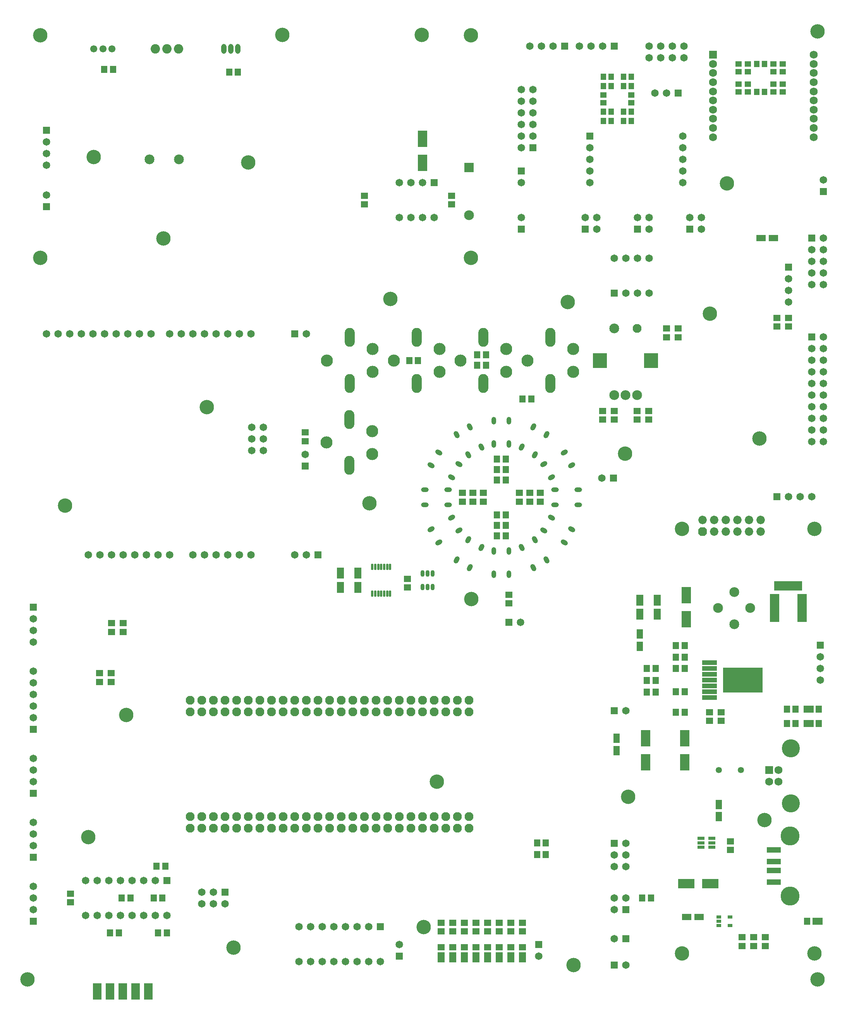
<source format=gts>
%FSLAX25Y25*%
%MOIN*%
G70*
G01*
G75*
G04 Layer_Color=8388736*
%ADD10R,0.05906X0.05118*%
%ADD11R,0.05118X0.07874*%
%ADD12R,0.05118X0.05906*%
%ADD13R,0.07284X0.13780*%
%ADD14R,0.12047X0.03504*%
%ADD15R,0.33622X0.21063*%
%ADD16R,0.05906X0.08661*%
%ADD17R,0.07874X0.05118*%
G04:AMPARAMS|DCode=18|XSize=35.43mil|YSize=59.06mil|CornerRadius=0mil|HoleSize=0mil|Usage=FLASHONLY|Rotation=150.000|XOffset=0mil|YOffset=0mil|HoleType=Round|Shape=Round|*
%AMOVALD18*
21,1,0.02362,0.03543,0.00000,0.00000,240.0*
1,1,0.03543,0.00591,0.01023*
1,1,0.03543,-0.00591,-0.01023*
%
%ADD18OVALD18*%

G04:AMPARAMS|DCode=19|XSize=35.43mil|YSize=59.06mil|CornerRadius=0mil|HoleSize=0mil|Usage=FLASHONLY|Rotation=120.000|XOffset=0mil|YOffset=0mil|HoleType=Round|Shape=Round|*
%AMOVALD19*
21,1,0.02362,0.03543,0.00000,0.00000,210.0*
1,1,0.03543,0.01023,0.00591*
1,1,0.03543,-0.01023,-0.00591*
%
%ADD19OVALD19*%

G04:AMPARAMS|DCode=20|XSize=35.43mil|YSize=59.06mil|CornerRadius=0mil|HoleSize=0mil|Usage=FLASHONLY|Rotation=30.000|XOffset=0mil|YOffset=0mil|HoleType=Round|Shape=Round|*
%AMOVALD20*
21,1,0.02362,0.03543,0.00000,0.00000,120.0*
1,1,0.03543,0.00591,-0.01023*
1,1,0.03543,-0.00591,0.01023*
%
%ADD20OVALD20*%

G04:AMPARAMS|DCode=21|XSize=35.43mil|YSize=59.06mil|CornerRadius=0mil|HoleSize=0mil|Usage=FLASHONLY|Rotation=60.000|XOffset=0mil|YOffset=0mil|HoleType=Round|Shape=Round|*
%AMOVALD21*
21,1,0.02362,0.03543,0.00000,0.00000,150.0*
1,1,0.03543,0.01023,-0.00591*
1,1,0.03543,-0.01023,0.00591*
%
%ADD21OVALD21*%

%ADD22O,0.05906X0.03543*%
%ADD23O,0.03543X0.05906*%
%ADD24R,0.06600X0.13700*%
%ADD25R,0.11811X0.04409*%
%ADD26R,0.08012X0.05906*%
%ADD27R,0.05906X0.08012*%
%ADD28R,0.04331X0.04724*%
%ADD29R,0.04724X0.04331*%
%ADD30R,0.05906X0.02362*%
%ADD31R,0.03347X0.01969*%
%ADD32R,0.13780X0.07284*%
%ADD33O,0.01417X0.04961*%
%ADD34O,0.02756X0.05118*%
%ADD35C,0.01000*%
%ADD36C,0.03543*%
%ADD37C,0.03937*%
%ADD38C,0.03504*%
%ADD39C,0.02756*%
%ADD40C,0.01969*%
%ADD41C,0.01417*%
%ADD42R,0.05906X0.05906*%
%ADD43C,0.05906*%
%ADD44R,0.05906X0.05906*%
%ADD45C,0.05906*%
%ADD46C,0.06693*%
G04:AMPARAMS|DCode=47|XSize=66.93mil|YSize=66.93mil|CornerRadius=0mil|HoleSize=0mil|Usage=FLASHONLY|Rotation=180.000|XOffset=0mil|YOffset=0mil|HoleType=Round|Shape=Octagon|*
%AMOCTAGOND47*
4,1,8,-0.03347,0.01673,-0.03347,-0.01673,-0.01673,-0.03347,0.01673,-0.03347,0.03347,-0.01673,0.03347,0.01673,0.01673,0.03347,-0.01673,0.03347,-0.03347,0.01673,0.0*
%
%ADD47OCTAGOND47*%

%ADD48C,0.07087*%
%ADD49C,0.15748*%
%ADD50C,0.14961*%
%ADD51C,0.06299*%
%ADD52R,0.06299X0.06299*%
%ADD53C,0.07874*%
%ADD54R,0.07874X0.07874*%
%ADD55R,0.05906X0.05906*%
%ADD56R,0.11811X0.12205*%
%ADD57O,0.08000X0.15748*%
%ADD58C,0.09803*%
%ADD59R,0.23622X0.07874*%
%ADD60R,0.07874X0.23622*%
%ADD61C,0.04724*%
%ADD62C,0.05512*%
%ADD63C,0.07480*%
%ADD64O,0.03937X0.07874*%
%ADD65O,0.03937X0.07874*%
%ADD66C,0.11811*%
%ADD67C,0.02362*%
%ADD68C,0.00984*%
%ADD69C,0.00787*%
%ADD70C,0.02362*%
%ADD71C,0.00394*%
%ADD72C,0.00800*%
%ADD73C,0.02000*%
%ADD74C,0.00591*%
%ADD75C,0.00100*%
%ADD76C,0.01181*%
%ADD77C,0.01575*%
%ADD78R,0.11024X0.03150*%
%ADD79R,0.09000X0.09000*%
%ADD80R,0.10669X0.10138*%
%ADD81R,0.06496X0.05709*%
%ADD82R,0.05709X0.08465*%
%ADD83R,0.05709X0.06496*%
%ADD84R,0.07874X0.14370*%
%ADD85R,0.12638X0.04095*%
%ADD86R,0.34213X0.21654*%
%ADD87R,0.06496X0.09252*%
%ADD88R,0.08465X0.05709*%
G04:AMPARAMS|DCode=89|XSize=41.34mil|YSize=64.96mil|CornerRadius=0mil|HoleSize=0mil|Usage=FLASHONLY|Rotation=150.000|XOffset=0mil|YOffset=0mil|HoleType=Round|Shape=Round|*
%AMOVALD89*
21,1,0.02362,0.04134,0.00000,0.00000,240.0*
1,1,0.04134,0.00591,0.01023*
1,1,0.04134,-0.00591,-0.01023*
%
%ADD89OVALD89*%

G04:AMPARAMS|DCode=90|XSize=41.34mil|YSize=64.96mil|CornerRadius=0mil|HoleSize=0mil|Usage=FLASHONLY|Rotation=120.000|XOffset=0mil|YOffset=0mil|HoleType=Round|Shape=Round|*
%AMOVALD90*
21,1,0.02362,0.04134,0.00000,0.00000,210.0*
1,1,0.04134,0.01023,0.00591*
1,1,0.04134,-0.01023,-0.00591*
%
%ADD90OVALD90*%

G04:AMPARAMS|DCode=91|XSize=41.34mil|YSize=64.96mil|CornerRadius=0mil|HoleSize=0mil|Usage=FLASHONLY|Rotation=30.000|XOffset=0mil|YOffset=0mil|HoleType=Round|Shape=Round|*
%AMOVALD91*
21,1,0.02362,0.04134,0.00000,0.00000,120.0*
1,1,0.04134,0.00591,-0.01023*
1,1,0.04134,-0.00591,0.01023*
%
%ADD91OVALD91*%

G04:AMPARAMS|DCode=92|XSize=41.34mil|YSize=64.96mil|CornerRadius=0mil|HoleSize=0mil|Usage=FLASHONLY|Rotation=60.000|XOffset=0mil|YOffset=0mil|HoleType=Round|Shape=Round|*
%AMOVALD92*
21,1,0.02362,0.04134,0.00000,0.00000,150.0*
1,1,0.04134,0.01023,-0.00591*
1,1,0.04134,-0.01023,0.00591*
%
%ADD92OVALD92*%

%ADD93O,0.06496X0.04134*%
%ADD94O,0.04134X0.06496*%
%ADD95R,0.07191X0.14291*%
%ADD96R,0.12402X0.05000*%
%ADD97R,0.08603X0.06496*%
%ADD98R,0.06496X0.08603*%
%ADD99R,0.04921X0.05315*%
%ADD100R,0.05315X0.04921*%
%ADD101R,0.06496X0.02953*%
%ADD102R,0.03937X0.02559*%
%ADD103R,0.14370X0.07874*%
%ADD104O,0.02008X0.05551*%
%ADD105O,0.03347X0.05709*%
%ADD106R,0.06496X0.06496*%
%ADD107C,0.06496*%
%ADD108R,0.06496X0.06496*%
%ADD109C,0.06496*%
%ADD110C,0.07284*%
G04:AMPARAMS|DCode=111|XSize=72.84mil|YSize=72.84mil|CornerRadius=0mil|HoleSize=0mil|Usage=FLASHONLY|Rotation=180.000|XOffset=0mil|YOffset=0mil|HoleType=Round|Shape=Octagon|*
%AMOCTAGOND111*
4,1,8,-0.03642,0.01821,-0.03642,-0.01821,-0.01821,-0.03642,0.01821,-0.03642,0.03642,-0.01821,0.03642,0.01821,0.01821,0.03642,-0.01821,0.03642,-0.03642,0.01821,0.0*
%
%ADD111OCTAGOND111*%

%ADD112C,0.07677*%
%ADD113C,0.16339*%
%ADD114C,0.15551*%
%ADD115C,0.06890*%
%ADD116R,0.06890X0.06890*%
%ADD117C,0.08465*%
%ADD118R,0.08465X0.08465*%
%ADD119R,0.06496X0.06496*%
%ADD120R,0.12402X0.12795*%
%ADD121O,0.08591X0.16339*%
%ADD122C,0.10394*%
%ADD123R,0.24213X0.08465*%
%ADD124R,0.08465X0.24213*%
%ADD125C,0.05315*%
%ADD126C,0.06102*%
%ADD127C,0.08071*%
%ADD128O,0.04528X0.08465*%
%ADD129O,0.04528X0.08465*%
%ADD130C,0.12402*%
%ADD131C,0.02953*%
D81*
X482500Y398740D02*
D03*
Y391260D02*
D03*
X460500Y486240D02*
D03*
Y478760D02*
D03*
X442500Y486240D02*
D03*
Y478760D02*
D03*
X509500D02*
D03*
Y486240D02*
D03*
X424000Y95740D02*
D03*
X434000D02*
D03*
X444000D02*
D03*
X454000D02*
D03*
X464000D02*
D03*
X474000D02*
D03*
X484000D02*
D03*
X494000D02*
D03*
X683000Y96760D02*
D03*
Y104240D02*
D03*
X693000Y96760D02*
D03*
Y104240D02*
D03*
X703000Y96760D02*
D03*
Y104240D02*
D03*
X140500Y374240D02*
D03*
Y366760D02*
D03*
X150500Y374240D02*
D03*
Y366760D02*
D03*
X723000Y629260D02*
D03*
Y636740D02*
D03*
X424000Y116740D02*
D03*
Y109260D02*
D03*
X434000Y116740D02*
D03*
Y109260D02*
D03*
X444000Y116740D02*
D03*
Y109260D02*
D03*
X454000Y116740D02*
D03*
Y109260D02*
D03*
X464000Y116740D02*
D03*
Y109260D02*
D03*
X474000Y116740D02*
D03*
Y109260D02*
D03*
X484000Y116740D02*
D03*
Y109260D02*
D03*
X494000Y116740D02*
D03*
Y109260D02*
D03*
X713000Y629260D02*
D03*
Y636740D02*
D03*
X602700Y556800D02*
D03*
Y549320D02*
D03*
X563000Y556740D02*
D03*
Y549260D02*
D03*
X628000Y627600D02*
D03*
Y620120D02*
D03*
X655000Y290260D02*
D03*
Y297740D02*
D03*
X307000Y530760D02*
D03*
Y538240D02*
D03*
X665000Y290260D02*
D03*
Y297740D02*
D03*
X105268Y141740D02*
D03*
Y134260D02*
D03*
X592700Y556800D02*
D03*
Y549320D02*
D03*
X573000Y556740D02*
D03*
Y549260D02*
D03*
X618000Y627600D02*
D03*
Y620120D02*
D03*
X358000Y734260D02*
D03*
Y741740D02*
D03*
X433000D02*
D03*
Y734260D02*
D03*
X673000Y179260D02*
D03*
Y186740D02*
D03*
X395000Y412500D02*
D03*
Y405020D02*
D03*
X451500Y486240D02*
D03*
Y478760D02*
D03*
X500500D02*
D03*
Y486240D02*
D03*
X491500Y478760D02*
D03*
Y486240D02*
D03*
X140000Y323760D02*
D03*
Y331240D02*
D03*
X130000Y323760D02*
D03*
Y331240D02*
D03*
D82*
X595000Y354500D02*
D03*
Y365000D02*
D03*
X663102Y208000D02*
D03*
Y218500D02*
D03*
X575000Y264835D02*
D03*
Y275335D02*
D03*
D83*
X601260Y335500D02*
D03*
X608740D02*
D03*
X608740Y315000D02*
D03*
X601260D02*
D03*
X601260Y325000D02*
D03*
X608740D02*
D03*
X633740Y297740D02*
D03*
X626260D02*
D03*
X633740Y315500D02*
D03*
X626260D02*
D03*
X633740Y355000D02*
D03*
X626260D02*
D03*
X626260Y345000D02*
D03*
X633740D02*
D03*
X479740Y515500D02*
D03*
X472260D02*
D03*
Y467500D02*
D03*
X479740D02*
D03*
X472260Y449500D02*
D03*
X479740D02*
D03*
X749240Y300500D02*
D03*
Y288000D02*
D03*
X739260Y118000D02*
D03*
X626260Y335500D02*
D03*
X633740D02*
D03*
X721760Y300500D02*
D03*
X729240D02*
D03*
X604740Y138000D02*
D03*
X597260D02*
D03*
X146740Y108000D02*
D03*
X139260D02*
D03*
X462740Y596000D02*
D03*
X455260D02*
D03*
X501740Y567000D02*
D03*
X494260D02*
D03*
X404240Y600200D02*
D03*
X396760D02*
D03*
X249240Y848000D02*
D03*
X241760D02*
D03*
X721760Y288000D02*
D03*
X729240D02*
D03*
X506760Y185500D02*
D03*
X514240D02*
D03*
X506760Y175500D02*
D03*
X514240D02*
D03*
X179260Y165500D02*
D03*
X186740D02*
D03*
X188000Y108000D02*
D03*
X180520D02*
D03*
X184240Y138000D02*
D03*
X176760D02*
D03*
X156740D02*
D03*
X149260D02*
D03*
X462740Y605000D02*
D03*
X455260D02*
D03*
X141740Y850500D02*
D03*
X134260D02*
D03*
X479740Y506500D02*
D03*
X472260D02*
D03*
X479740Y497500D02*
D03*
X472260D02*
D03*
Y458500D02*
D03*
X479740D02*
D03*
D84*
X600000Y254665D02*
D03*
Y275335D02*
D03*
X633740Y254665D02*
D03*
Y275335D02*
D03*
X408000Y790835D02*
D03*
Y770165D02*
D03*
X635000Y398335D02*
D03*
Y377665D02*
D03*
D85*
X655000Y340500D02*
D03*
Y335500D02*
D03*
Y330500D02*
D03*
Y325500D02*
D03*
Y320500D02*
D03*
Y315500D02*
D03*
Y310500D02*
D03*
D86*
X683760Y325500D02*
D03*
D87*
X610000Y394102D02*
D03*
Y381898D02*
D03*
X595000Y394102D02*
D03*
Y381898D02*
D03*
X337500Y405138D02*
D03*
Y417343D02*
D03*
X352500Y405138D02*
D03*
Y417343D02*
D03*
D88*
X635500Y121740D02*
D03*
X646000D02*
D03*
X699500Y705500D02*
D03*
X710000D02*
D03*
D89*
X493355Y525554D02*
D03*
X504606Y519058D02*
D03*
X503394Y542942D02*
D03*
X514645Y536446D02*
D03*
X458645Y439446D02*
D03*
X447394Y445942D02*
D03*
X448606Y422058D02*
D03*
X437355Y428554D02*
D03*
D90*
X512558Y511106D02*
D03*
X519054Y499855D02*
D03*
X529946Y521145D02*
D03*
X536442Y509894D02*
D03*
X439442Y453894D02*
D03*
X432946Y465145D02*
D03*
X422054Y443855D02*
D03*
X415558Y455106D02*
D03*
D91*
X504606Y445942D02*
D03*
X493355Y439446D02*
D03*
X514645Y428554D02*
D03*
X503394Y422058D02*
D03*
X447394Y519058D02*
D03*
X458645Y525554D02*
D03*
X437355Y536446D02*
D03*
X448606Y542942D02*
D03*
D92*
X519054Y465145D02*
D03*
X512558Y453894D02*
D03*
X536442Y455106D02*
D03*
X529946Y443855D02*
D03*
X432946Y499855D02*
D03*
X439442Y511106D02*
D03*
X415558Y509894D02*
D03*
X422054Y521145D02*
D03*
D93*
X521961Y488996D02*
D03*
Y476004D02*
D03*
X542039Y488996D02*
D03*
Y476004D02*
D03*
X430039Y476004D02*
D03*
Y488996D02*
D03*
X409961Y476004D02*
D03*
Y488996D02*
D03*
D94*
X469504Y528461D02*
D03*
X482496D02*
D03*
X469504Y548539D02*
D03*
X482496D02*
D03*
Y436539D02*
D03*
X469504D02*
D03*
X482496Y416461D02*
D03*
X469504D02*
D03*
D95*
X172268Y57819D02*
D03*
X161268D02*
D03*
X128268D02*
D03*
X139268D02*
D03*
X150268D02*
D03*
D96*
X710500Y151720D02*
D03*
Y161563D02*
D03*
Y169437D02*
D03*
Y179280D02*
D03*
D97*
X740560Y300500D02*
D03*
Y288000D02*
D03*
X747940Y118000D02*
D03*
D98*
X424000Y87060D02*
D03*
X434000D02*
D03*
X444000D02*
D03*
X454000D02*
D03*
X464000D02*
D03*
X474000D02*
D03*
X484000D02*
D03*
X494000D02*
D03*
D99*
X695654Y830933D02*
D03*
X702346D02*
D03*
X695654Y855126D02*
D03*
X702346D02*
D03*
X563604Y806100D02*
D03*
X570296D02*
D03*
X563604Y844100D02*
D03*
X570296D02*
D03*
X587796Y806100D02*
D03*
X581104D02*
D03*
X587796Y844100D02*
D03*
X581104D02*
D03*
X563604Y814100D02*
D03*
X570296D02*
D03*
X563604Y836100D02*
D03*
X570296D02*
D03*
X587796Y814100D02*
D03*
X581104D02*
D03*
X587796Y836100D02*
D03*
X581104D02*
D03*
D100*
X563604Y828446D02*
D03*
Y821754D02*
D03*
X587796Y828446D02*
D03*
Y821754D02*
D03*
X718000Y830933D02*
D03*
Y837626D02*
D03*
X680000Y830933D02*
D03*
Y837626D02*
D03*
X718000Y855126D02*
D03*
Y848433D02*
D03*
X680000Y855126D02*
D03*
Y848433D02*
D03*
X710000Y830933D02*
D03*
Y837626D02*
D03*
X688000Y830933D02*
D03*
Y837626D02*
D03*
X710000Y855126D02*
D03*
Y848433D02*
D03*
X688000Y855126D02*
D03*
Y848433D02*
D03*
D101*
X647776Y181760D02*
D03*
Y185500D02*
D03*
Y189240D02*
D03*
X657224D02*
D03*
Y185500D02*
D03*
Y181760D02*
D03*
D102*
X663197Y121740D02*
D03*
X672803Y114260D02*
D03*
X663197Y118000D02*
D03*
Y114260D02*
D03*
X672803Y121740D02*
D03*
D103*
X655835Y150500D02*
D03*
X635165D02*
D03*
D104*
X380177Y422657D02*
D03*
X377618D02*
D03*
X375059D02*
D03*
X372500D02*
D03*
X369941D02*
D03*
X367382D02*
D03*
X364823D02*
D03*
X380177Y399823D02*
D03*
X377618D02*
D03*
X375059D02*
D03*
X372500D02*
D03*
X369941D02*
D03*
X367382D02*
D03*
X364823D02*
D03*
D105*
X416831Y417047D02*
D03*
X412500D02*
D03*
X408169D02*
D03*
X416831Y405433D02*
D03*
X412500D02*
D03*
X408169D02*
D03*
D106*
X482500Y375000D02*
D03*
X573000Y299000D02*
D03*
X530500Y870500D02*
D03*
X573000D02*
D03*
X628000Y830000D02*
D03*
X298000Y623000D02*
D03*
X318000Y433000D02*
D03*
X238000Y143000D02*
D03*
X593000Y713000D02*
D03*
X638000D02*
D03*
X548000D02*
D03*
X583000Y103000D02*
D03*
X713000Y483000D02*
D03*
X573000Y80500D02*
D03*
X572500Y499049D02*
D03*
D107*
X492500Y375000D02*
D03*
X583000Y299000D02*
D03*
X73000Y138000D02*
D03*
Y128000D02*
D03*
Y148000D02*
D03*
Y193000D02*
D03*
Y183000D02*
D03*
Y203000D02*
D03*
Y248000D02*
D03*
Y238000D02*
D03*
Y258000D02*
D03*
X510500Y870500D02*
D03*
X520500D02*
D03*
X500500D02*
D03*
X543000D02*
D03*
X563000D02*
D03*
X553000D02*
D03*
X307000Y519500D02*
D03*
X618000Y830000D02*
D03*
X608000D02*
D03*
X84500Y742500D02*
D03*
X573000Y128000D02*
D03*
X583000Y138000D02*
D03*
X573000D02*
D03*
X623000Y860500D02*
D03*
X613000D02*
D03*
X603000D02*
D03*
Y870500D02*
D03*
X623000D02*
D03*
X613000D02*
D03*
X633000D02*
D03*
Y860500D02*
D03*
X73000Y313000D02*
D03*
Y293000D02*
D03*
Y303000D02*
D03*
Y323000D02*
D03*
Y333000D02*
D03*
X308000Y623000D02*
D03*
Y433000D02*
D03*
X298000D02*
D03*
X73000Y358000D02*
D03*
Y378000D02*
D03*
Y368000D02*
D03*
X388000Y98000D02*
D03*
X753000Y665500D02*
D03*
X743000D02*
D03*
X753000Y675500D02*
D03*
X743000D02*
D03*
X753000Y685500D02*
D03*
X743000D02*
D03*
X753000Y695500D02*
D03*
X743000D02*
D03*
X753000Y705500D02*
D03*
Y620500D02*
D03*
X743000Y610500D02*
D03*
X753000D02*
D03*
X743000Y600500D02*
D03*
X753000D02*
D03*
X743000Y590500D02*
D03*
X753000D02*
D03*
X743000Y580500D02*
D03*
X753000D02*
D03*
X743000Y570500D02*
D03*
X753000D02*
D03*
X743000Y560500D02*
D03*
X753000D02*
D03*
X743000Y550500D02*
D03*
X753000D02*
D03*
X743000Y540500D02*
D03*
X753000D02*
D03*
X743000Y530500D02*
D03*
X753000D02*
D03*
X508000Y88000D02*
D03*
X238000Y133000D02*
D03*
X228000Y143000D02*
D03*
Y133000D02*
D03*
X218000Y143000D02*
D03*
Y133000D02*
D03*
X493000Y753000D02*
D03*
Y723000D02*
D03*
X593000D02*
D03*
X603000Y713000D02*
D03*
Y723000D02*
D03*
X632000Y753000D02*
D03*
Y763000D02*
D03*
Y783000D02*
D03*
Y773000D02*
D03*
Y793000D02*
D03*
X552000Y773000D02*
D03*
Y783000D02*
D03*
Y763000D02*
D03*
Y753000D02*
D03*
X638000Y723000D02*
D03*
X648000Y713000D02*
D03*
Y723000D02*
D03*
X548000D02*
D03*
X558000Y713000D02*
D03*
Y723000D02*
D03*
X493000Y833000D02*
D03*
X503000D02*
D03*
X493000Y823000D02*
D03*
X503000D02*
D03*
X493000Y813000D02*
D03*
X503000D02*
D03*
X493000Y803000D02*
D03*
X503000D02*
D03*
X493000Y793000D02*
D03*
X503000D02*
D03*
X493000Y783000D02*
D03*
X573000Y103000D02*
D03*
X743000Y483000D02*
D03*
X733000D02*
D03*
X723000D02*
D03*
X750500Y325500D02*
D03*
Y335500D02*
D03*
Y345500D02*
D03*
X753000Y755500D02*
D03*
X583000Y80500D02*
D03*
Y185000D02*
D03*
X573000Y175000D02*
D03*
X583000D02*
D03*
X573000Y165000D02*
D03*
X583000D02*
D03*
X723000Y650500D02*
D03*
Y660500D02*
D03*
Y670500D02*
D03*
X84500Y778000D02*
D03*
Y788000D02*
D03*
Y768000D02*
D03*
X562500Y499049D02*
D03*
D108*
X73000Y118000D02*
D03*
Y173000D02*
D03*
Y228000D02*
D03*
X307000Y509500D02*
D03*
X84500Y732500D02*
D03*
X583000Y128000D02*
D03*
X73000Y283000D02*
D03*
Y388000D02*
D03*
X388000Y88000D02*
D03*
X743000Y705500D02*
D03*
Y620500D02*
D03*
X508000Y98000D02*
D03*
X493000Y763000D02*
D03*
Y713000D02*
D03*
X552000Y793000D02*
D03*
X503000Y783000D02*
D03*
X750500Y355500D02*
D03*
X753000Y745500D02*
D03*
X573000Y185000D02*
D03*
X723000Y680500D02*
D03*
X84500Y798000D02*
D03*
D109*
X271051Y522803D02*
D03*
X261051Y542803D02*
D03*
Y532803D02*
D03*
Y522803D02*
D03*
X94500Y623000D02*
D03*
X104500D02*
D03*
X114500D02*
D03*
X124500D02*
D03*
X134500D02*
D03*
X144500D02*
D03*
X154500D02*
D03*
X164500D02*
D03*
X174500D02*
D03*
X260500D02*
D03*
X250500D02*
D03*
X240500D02*
D03*
X230500D02*
D03*
X220500D02*
D03*
X210500D02*
D03*
X200500D02*
D03*
X190500D02*
D03*
X260500Y433000D02*
D03*
X250500D02*
D03*
X240500D02*
D03*
X230500D02*
D03*
X220500D02*
D03*
X210500D02*
D03*
X190500D02*
D03*
X180500D02*
D03*
X170500D02*
D03*
X160500D02*
D03*
X150500D02*
D03*
X140500D02*
D03*
X130500D02*
D03*
X120500D02*
D03*
X84500Y623000D02*
D03*
X271051Y532803D02*
D03*
Y542803D02*
D03*
X118000Y123000D02*
D03*
X128000D02*
D03*
X138000D02*
D03*
X148000D02*
D03*
X158000D02*
D03*
X168000D02*
D03*
X178000D02*
D03*
X188000D02*
D03*
X118000Y153000D02*
D03*
X128000D02*
D03*
X138000D02*
D03*
X148000D02*
D03*
X158000D02*
D03*
X168000D02*
D03*
X178000D02*
D03*
X301800Y83360D02*
D03*
X311800D02*
D03*
X321800D02*
D03*
X331800D02*
D03*
X341800D02*
D03*
X351800D02*
D03*
X361800D02*
D03*
X371800D02*
D03*
X301800Y113360D02*
D03*
X311800D02*
D03*
X321800D02*
D03*
X331800D02*
D03*
X341800D02*
D03*
X351800D02*
D03*
X361800D02*
D03*
X418000Y723000D02*
D03*
X388000Y753000D02*
D03*
Y723000D02*
D03*
X398000D02*
D03*
X408000D02*
D03*
X398000Y753000D02*
D03*
X408000D02*
D03*
X573000Y688000D02*
D03*
X603000Y658000D02*
D03*
Y688000D02*
D03*
X593000D02*
D03*
X583000D02*
D03*
X593000Y658000D02*
D03*
X583000D02*
D03*
D110*
X679000Y463000D02*
D03*
X689000Y453000D02*
D03*
X699000D02*
D03*
X669000Y463000D02*
D03*
X659000D02*
D03*
X689000D02*
D03*
X669000Y453000D02*
D03*
X679000D02*
D03*
X699000Y463000D02*
D03*
X659000Y453000D02*
D03*
X649000Y463000D02*
D03*
D111*
Y453000D02*
D03*
D112*
X208000Y298000D02*
D03*
X218000D02*
D03*
X428000D02*
D03*
X438000D02*
D03*
X448000D02*
D03*
X418000D02*
D03*
X408000D02*
D03*
X398000D02*
D03*
X388000D02*
D03*
X378000D02*
D03*
X368000D02*
D03*
X358000D02*
D03*
X348000D02*
D03*
X338000D02*
D03*
X328000D02*
D03*
X318000D02*
D03*
X308000D02*
D03*
X228000D02*
D03*
X238000D02*
D03*
X248000D02*
D03*
X258000D02*
D03*
X268000D02*
D03*
X278000D02*
D03*
X288000D02*
D03*
X298000D02*
D03*
X448000Y208000D02*
D03*
X418000D02*
D03*
X398000D02*
D03*
X388000D02*
D03*
X378000D02*
D03*
X368000D02*
D03*
X358000D02*
D03*
X348000D02*
D03*
X338000D02*
D03*
X328000D02*
D03*
X318000D02*
D03*
X308000D02*
D03*
X298000D02*
D03*
X288000D02*
D03*
X278000D02*
D03*
X268000D02*
D03*
X258000D02*
D03*
X248000D02*
D03*
X238000D02*
D03*
X228000D02*
D03*
X218000D02*
D03*
X208000D02*
D03*
X408000D02*
D03*
X428000D02*
D03*
X438000D02*
D03*
X208000Y308000D02*
D03*
X218000D02*
D03*
X428000D02*
D03*
X438000D02*
D03*
X448000D02*
D03*
X418000D02*
D03*
X408000D02*
D03*
X398000D02*
D03*
X388000D02*
D03*
X378000D02*
D03*
X368000D02*
D03*
X358000D02*
D03*
X348000D02*
D03*
X338000D02*
D03*
X328000D02*
D03*
X318000D02*
D03*
X308000D02*
D03*
X228000D02*
D03*
X238000D02*
D03*
X248000D02*
D03*
X258000D02*
D03*
X268000D02*
D03*
X278000D02*
D03*
X288000D02*
D03*
X298000D02*
D03*
X448000Y198000D02*
D03*
X418000D02*
D03*
X398000D02*
D03*
X388000D02*
D03*
X378000D02*
D03*
X368000D02*
D03*
X358000D02*
D03*
X348000D02*
D03*
X338000D02*
D03*
X328000D02*
D03*
X318000D02*
D03*
X308000D02*
D03*
X298000D02*
D03*
X288000D02*
D03*
X278000D02*
D03*
X268000D02*
D03*
X258000D02*
D03*
X248000D02*
D03*
X238000D02*
D03*
X228000D02*
D03*
X218000D02*
D03*
X208000D02*
D03*
X408000D02*
D03*
X428000D02*
D03*
X438000D02*
D03*
X592685Y627587D02*
D03*
D113*
X724594Y191366D02*
D03*
Y139634D02*
D03*
D114*
X724949Y219299D02*
D03*
Y266701D02*
D03*
D115*
X714280Y238079D02*
D03*
Y247921D02*
D03*
X706406Y238079D02*
D03*
X744614Y792134D02*
D03*
Y800008D02*
D03*
Y807882D02*
D03*
Y815756D02*
D03*
Y823630D02*
D03*
Y831504D02*
D03*
Y839378D02*
D03*
Y847252D02*
D03*
Y855126D02*
D03*
Y863000D02*
D03*
X658000Y792134D02*
D03*
Y800008D02*
D03*
Y807882D02*
D03*
Y815756D02*
D03*
Y823630D02*
D03*
Y831504D02*
D03*
Y839378D02*
D03*
Y847252D02*
D03*
Y855126D02*
D03*
D116*
X706406Y247921D02*
D03*
X658000Y863000D02*
D03*
D117*
X448000Y724910D02*
D03*
X676279Y373433D02*
D03*
X662500Y387213D02*
D03*
X690059D02*
D03*
X676279Y400992D02*
D03*
X573000Y627587D02*
D03*
X582843Y570500D02*
D03*
X592685D02*
D03*
X573000D02*
D03*
X173000Y773000D02*
D03*
X198591D02*
D03*
D118*
X448000Y766091D02*
D03*
D119*
X188000Y153000D02*
D03*
X371800Y113360D02*
D03*
X418000Y753000D02*
D03*
X573000Y658000D02*
D03*
D120*
X560795Y600028D02*
D03*
X604890D02*
D03*
D121*
X345500Y580500D02*
D03*
Y619900D02*
D03*
X460500Y580500D02*
D03*
Y619900D02*
D03*
X518000Y580500D02*
D03*
Y619900D02*
D03*
X403000Y580500D02*
D03*
Y619900D02*
D03*
X345000Y510000D02*
D03*
Y549400D02*
D03*
D122*
X325800Y600200D02*
D03*
X365200Y590300D02*
D03*
Y610000D02*
D03*
X440800Y600200D02*
D03*
X480200Y590300D02*
D03*
Y610000D02*
D03*
X498300Y600200D02*
D03*
X537700Y590300D02*
D03*
Y610000D02*
D03*
X383300Y600200D02*
D03*
X422700Y590300D02*
D03*
Y610000D02*
D03*
X325300Y529700D02*
D03*
X364700Y519800D02*
D03*
Y539500D02*
D03*
D123*
X722705Y406504D02*
D03*
D124*
X711090Y387213D02*
D03*
X734713D02*
D03*
D125*
X663102Y247921D02*
D03*
X682000D02*
D03*
D126*
X125126Y868000D02*
D03*
X133000D02*
D03*
X140874D02*
D03*
D127*
X178000D02*
D03*
X198000D02*
D03*
X188000D02*
D03*
D128*
X249000D02*
D03*
X243000D02*
D03*
D129*
X237000D02*
D03*
D130*
X582500Y520000D02*
D03*
X538000Y80500D02*
D03*
X68000Y68000D02*
D03*
X420500Y238000D02*
D03*
X120500Y190500D02*
D03*
X362500Y477500D02*
D03*
X698000Y533000D02*
D03*
X585000Y225000D02*
D03*
X702500Y205000D02*
D03*
X748000Y68000D02*
D03*
Y883000D02*
D03*
X407500Y880000D02*
D03*
X409000Y113000D02*
D03*
X380500Y653000D02*
D03*
X100500Y475500D02*
D03*
X153000Y295500D02*
D03*
X245500Y95500D02*
D03*
X222500Y560000D02*
D03*
X258000Y770500D02*
D03*
X125000Y775000D02*
D03*
X670000Y752500D02*
D03*
X185000Y705000D02*
D03*
X655500Y640500D02*
D03*
X533000Y650500D02*
D03*
X287500Y880000D02*
D03*
X79193Y879551D02*
D03*
Y688410D02*
D03*
X449665D02*
D03*
Y879551D02*
D03*
X450000Y395000D02*
D03*
X745500Y455500D02*
D03*
X631500D02*
D03*
Y90500D02*
D03*
X745500D02*
D03*
D131*
X697500Y333500D02*
D03*
X692500D02*
D03*
X687500D02*
D03*
X677500D02*
D03*
X672500D02*
D03*
Y317500D02*
D03*
X677500D02*
D03*
X687500D02*
D03*
X692500D02*
D03*
X697500D02*
D03*
X672500Y323000D02*
D03*
X677500D02*
D03*
X682500D02*
D03*
X687500D02*
D03*
X692500D02*
D03*
X697500D02*
D03*
X672500Y328000D02*
D03*
X682500D02*
D03*
X687500D02*
D03*
X692500D02*
D03*
X697500D02*
D03*
X682500Y333500D02*
D03*
Y317500D02*
D03*
X677500Y328000D02*
D03*
M02*

</source>
